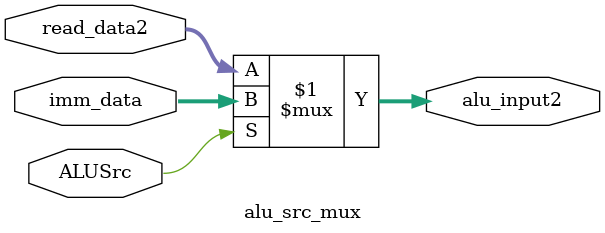
<source format=v>
`timescale 1ns / 1ps

module alu_src_mux (
    input  wire [31:0] read_data2,   
    input  wire [31:0] imm_data,     
    input  wire        ALUSrc,       // control signal from control unit
    output wire [31:0] alu_input2    
);

    assign alu_input2 = (ALUSrc) ? imm_data : read_data2;

endmodule

</source>
